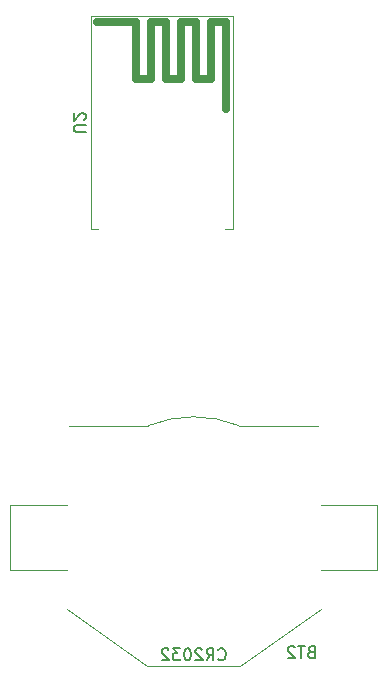
<source format=gbo>
%TF.GenerationSoftware,KiCad,Pcbnew,(6.0.8)*%
%TF.CreationDate,2022-11-07T13:32:54+08:00*%
%TF.ProjectId,remote,72656d6f-7465-42e6-9b69-6361645f7063,rev?*%
%TF.SameCoordinates,Original*%
%TF.FileFunction,Legend,Bot*%
%TF.FilePolarity,Positive*%
%FSLAX46Y46*%
G04 Gerber Fmt 4.6, Leading zero omitted, Abs format (unit mm)*
G04 Created by KiCad (PCBNEW (6.0.8)) date 2022-11-07 13:32:54*
%MOMM*%
%LPD*%
G01*
G04 APERTURE LIST*
%ADD10C,0.150000*%
%ADD11C,0.120000*%
%ADD12C,0.700000*%
G04 APERTURE END LIST*
D10*
X17970238Y-54713142D02*
X18017857Y-54760761D01*
X18160714Y-54808380D01*
X18255952Y-54808380D01*
X18398809Y-54760761D01*
X18494047Y-54665523D01*
X18541666Y-54570285D01*
X18589285Y-54379809D01*
X18589285Y-54236952D01*
X18541666Y-54046476D01*
X18494047Y-53951238D01*
X18398809Y-53856000D01*
X18255952Y-53808380D01*
X18160714Y-53808380D01*
X18017857Y-53856000D01*
X17970238Y-53903619D01*
X16970238Y-54808380D02*
X17303571Y-54332190D01*
X17541666Y-54808380D02*
X17541666Y-53808380D01*
X17160714Y-53808380D01*
X17065476Y-53856000D01*
X17017857Y-53903619D01*
X16970238Y-53998857D01*
X16970238Y-54141714D01*
X17017857Y-54236952D01*
X17065476Y-54284571D01*
X17160714Y-54332190D01*
X17541666Y-54332190D01*
X16589285Y-53903619D02*
X16541666Y-53856000D01*
X16446428Y-53808380D01*
X16208333Y-53808380D01*
X16113095Y-53856000D01*
X16065476Y-53903619D01*
X16017857Y-53998857D01*
X16017857Y-54094095D01*
X16065476Y-54236952D01*
X16636904Y-54808380D01*
X16017857Y-54808380D01*
X15398809Y-53808380D02*
X15303571Y-53808380D01*
X15208333Y-53856000D01*
X15160714Y-53903619D01*
X15113095Y-53998857D01*
X15065476Y-54189333D01*
X15065476Y-54427428D01*
X15113095Y-54617904D01*
X15160714Y-54713142D01*
X15208333Y-54760761D01*
X15303571Y-54808380D01*
X15398809Y-54808380D01*
X15494047Y-54760761D01*
X15541666Y-54713142D01*
X15589285Y-54617904D01*
X15636904Y-54427428D01*
X15636904Y-54189333D01*
X15589285Y-53998857D01*
X15541666Y-53903619D01*
X15494047Y-53856000D01*
X15398809Y-53808380D01*
X14732142Y-53808380D02*
X14113095Y-53808380D01*
X14446428Y-54189333D01*
X14303571Y-54189333D01*
X14208333Y-54236952D01*
X14160714Y-54284571D01*
X14113095Y-54379809D01*
X14113095Y-54617904D01*
X14160714Y-54713142D01*
X14208333Y-54760761D01*
X14303571Y-54808380D01*
X14589285Y-54808380D01*
X14684523Y-54760761D01*
X14732142Y-54713142D01*
X13732142Y-53903619D02*
X13684523Y-53856000D01*
X13589285Y-53808380D01*
X13351190Y-53808380D01*
X13255952Y-53856000D01*
X13208333Y-53903619D01*
X13160714Y-53998857D01*
X13160714Y-54094095D01*
X13208333Y-54236952D01*
X13779761Y-54808380D01*
X13160714Y-54808380D01*
%TO.C,BT2*%
X25810714Y-54078571D02*
X25667857Y-54126190D01*
X25620238Y-54173809D01*
X25572619Y-54269047D01*
X25572619Y-54411904D01*
X25620238Y-54507142D01*
X25667857Y-54554761D01*
X25763095Y-54602380D01*
X26144047Y-54602380D01*
X26144047Y-53602380D01*
X25810714Y-53602380D01*
X25715476Y-53650000D01*
X25667857Y-53697619D01*
X25620238Y-53792857D01*
X25620238Y-53888095D01*
X25667857Y-53983333D01*
X25715476Y-54030952D01*
X25810714Y-54078571D01*
X26144047Y-54078571D01*
X25286904Y-53602380D02*
X24715476Y-53602380D01*
X25001190Y-54602380D02*
X25001190Y-53602380D01*
X24429761Y-53697619D02*
X24382142Y-53650000D01*
X24286904Y-53602380D01*
X24048809Y-53602380D01*
X23953571Y-53650000D01*
X23905952Y-53697619D01*
X23858333Y-53792857D01*
X23858333Y-53888095D01*
X23905952Y-54030952D01*
X24477380Y-54602380D01*
X23858333Y-54602380D01*
%TO.C,U2*%
X6725619Y-10066904D02*
X5916095Y-10066904D01*
X5820857Y-10019285D01*
X5773238Y-9971666D01*
X5725619Y-9876428D01*
X5725619Y-9685952D01*
X5773238Y-9590714D01*
X5820857Y-9543095D01*
X5916095Y-9495476D01*
X6725619Y-9495476D01*
X6630380Y-9066904D02*
X6678000Y-9019285D01*
X6725619Y-8924047D01*
X6725619Y-8685952D01*
X6678000Y-8590714D01*
X6630380Y-8543095D01*
X6535142Y-8495476D01*
X6439904Y-8495476D01*
X6297047Y-8543095D01*
X5725619Y-9114523D01*
X5725619Y-8495476D01*
D11*
%TO.C,BT2*%
X31425000Y-41700000D02*
X31425000Y-47200000D01*
X325000Y-41700000D02*
X5125000Y-41700000D01*
X26675000Y-50500000D02*
X19825000Y-55300000D01*
X19825000Y-55300000D02*
X11925000Y-55300000D01*
X11925000Y-55300000D02*
X5125000Y-50500000D01*
X5125000Y-47200000D02*
X325000Y-47200000D01*
X325000Y-47200000D02*
X325000Y-41700000D01*
X31425000Y-47200000D02*
X26625000Y-47200000D01*
X5325000Y-34950000D02*
X12025000Y-34950000D01*
X26625000Y-41700000D02*
X31425000Y-41700000D01*
X26425000Y-34950000D02*
X19725000Y-34950000D01*
X19721385Y-34948536D02*
G75*
G03*
X12025000Y-34950000I-3846385J-9501464D01*
G01*
%TO.C,U2*%
X19208000Y-305000D02*
X19208000Y-18305000D01*
D12*
X18624000Y-779000D02*
X17354000Y-779000D01*
D11*
X7208000Y-18305000D02*
X7808000Y-18305000D01*
D12*
X13544000Y-779000D02*
X12274000Y-779000D01*
X18624000Y-8145000D02*
X18624000Y-779000D01*
D11*
X19208000Y-305000D02*
X7208000Y-305000D01*
D12*
X12274000Y-779000D02*
X12274000Y-5605000D01*
X17354000Y-779000D02*
X17354000Y-5605000D01*
X16084000Y-5605000D02*
X16084000Y-779000D01*
X14814000Y-5605000D02*
X13544000Y-5605000D01*
X14814000Y-779000D02*
X14814000Y-5605000D01*
D11*
X18558000Y-18305000D02*
X19208000Y-18305000D01*
D12*
X12274000Y-5605000D02*
X11004000Y-5605000D01*
X16084000Y-779000D02*
X14814000Y-779000D01*
D11*
X7208000Y-305000D02*
X7208000Y-18305000D01*
D12*
X17354000Y-5605000D02*
X16084000Y-5605000D01*
X13544000Y-5605000D02*
X13544000Y-779000D01*
X11004000Y-5605000D02*
X11004000Y-779000D01*
X11004000Y-779000D02*
X7702000Y-779000D01*
%TD*%
M02*

</source>
